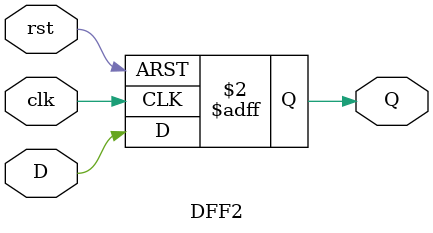
<source format=sv>
module DFF2(input clk,D,rst,output logic Q);
     always @(posedge clk,posedge rst)begin
          if(rst) Q<=1'b0;
          else Q<=D;
     end
endmodule

  

</source>
